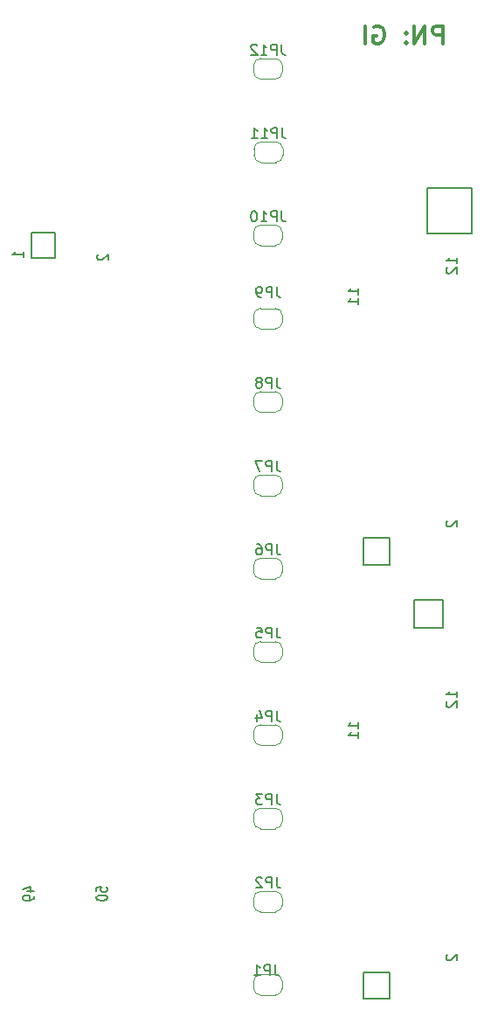
<source format=gbo>
G04 #@! TF.GenerationSoftware,KiCad,Pcbnew,5.0.2-bee76a0~70~ubuntu18.04.1*
G04 #@! TF.CreationDate,2019-06-17T19:26:50-05:00*
G04 #@! TF.ProjectId,ADAPTER_BOARD,41444150-5445-4525-9f42-4f4152442e6b,rev?*
G04 #@! TF.SameCoordinates,Original*
G04 #@! TF.FileFunction,Legend,Bot*
G04 #@! TF.FilePolarity,Positive*
%FSLAX46Y46*%
G04 Gerber Fmt 4.6, Leading zero omitted, Abs format (unit mm)*
G04 Created by KiCad (PCBNEW 5.0.2-bee76a0~70~ubuntu18.04.1) date Mon 17 Jun 2019 07:26:50 PM CDT*
%MOMM*%
%LPD*%
G01*
G04 APERTURE LIST*
%ADD10C,0.300000*%
%ADD11C,0.120000*%
%ADD12C,0.150000*%
%ADD13C,0.200000*%
G04 APERTURE END LIST*
D10*
X165750000Y-30791666D02*
X165750000Y-29041666D01*
X165083333Y-29041666D01*
X164916666Y-29125000D01*
X164833333Y-29208333D01*
X164750000Y-29375000D01*
X164750000Y-29625000D01*
X164833333Y-29791666D01*
X164916666Y-29875000D01*
X165083333Y-29958333D01*
X165750000Y-29958333D01*
X164000000Y-30791666D02*
X164000000Y-29041666D01*
X163000000Y-30791666D01*
X163000000Y-29041666D01*
X162166666Y-30625000D02*
X162083333Y-30708333D01*
X162166666Y-30791666D01*
X162250000Y-30708333D01*
X162166666Y-30625000D01*
X162166666Y-30791666D01*
X162166666Y-29708333D02*
X162083333Y-29791666D01*
X162166666Y-29875000D01*
X162250000Y-29791666D01*
X162166666Y-29708333D01*
X162166666Y-29875000D01*
X159083333Y-29125000D02*
X159250000Y-29041666D01*
X159500000Y-29041666D01*
X159750000Y-29125000D01*
X159916666Y-29291666D01*
X160000000Y-29458333D01*
X160083333Y-29791666D01*
X160083333Y-30041666D01*
X160000000Y-30375000D01*
X159916666Y-30541666D01*
X159750000Y-30708333D01*
X159500000Y-30791666D01*
X159333333Y-30791666D01*
X159083333Y-30708333D01*
X159000000Y-30625000D01*
X159000000Y-30041666D01*
X159333333Y-30041666D01*
X158250000Y-30791666D02*
X158250000Y-29041666D01*
D11*
G04 #@! TO.C,JP12*
X149500000Y-32200000D02*
X148100000Y-32200000D01*
X147400000Y-32900000D02*
X147400000Y-33500000D01*
X148100000Y-34200000D02*
X149500000Y-34200000D01*
X150200000Y-33500000D02*
X150200000Y-32900000D01*
X150200000Y-32900000D02*
G75*
G03X149500000Y-32200000I-700000J0D01*
G01*
X149500000Y-34200000D02*
G75*
G03X150200000Y-33500000I0J700000D01*
G01*
X147400000Y-33500000D02*
G75*
G03X148100000Y-34200000I700000J0D01*
G01*
X148100000Y-32200000D02*
G75*
G03X147400000Y-32900000I0J-700000D01*
G01*
D12*
G04 #@! TO.C,VDC1*
X164190000Y-49180000D02*
X168590000Y-49180000D01*
X164190000Y-44780000D02*
X164190000Y-49180000D01*
X168590000Y-44780000D02*
X164190000Y-44780000D01*
X168590000Y-49180000D02*
X168590000Y-44780000D01*
G04 #@! TO.C,PLC1-2*
X158020000Y-81250000D02*
X158020000Y-78650000D01*
X158020000Y-78650000D02*
X160620000Y-78650000D01*
X160620000Y-78650000D02*
X160620000Y-81250000D01*
X160620000Y-81250000D02*
X158020000Y-81250000D01*
G04 #@! TO.C,PLC13-2*
X158020000Y-123250000D02*
X158020000Y-120650000D01*
X158020000Y-120650000D02*
X160620000Y-120650000D01*
X160620000Y-120650000D02*
X160620000Y-123250000D01*
X160620000Y-123250000D02*
X158020000Y-123250000D01*
G04 #@! TO.C,PLC1*
X165770000Y-87350000D02*
X162970000Y-87350000D01*
X165770000Y-84650000D02*
X165770000Y-87350000D01*
X162970000Y-84650000D02*
X165770000Y-84650000D01*
X162970000Y-87350000D02*
X162970000Y-84650000D01*
G04 #@! TO.C,BOARD1*
X127000000Y-49100000D02*
X128200000Y-49100000D01*
X128200000Y-49100000D02*
X128200000Y-51500000D01*
X128200000Y-51500000D02*
X125900000Y-51500000D01*
X125900000Y-51500000D02*
X125900000Y-49100000D01*
X125900000Y-49100000D02*
X127000000Y-49100000D01*
D11*
G04 #@! TO.C,JP1*
X149500000Y-120900000D02*
X148100000Y-120900000D01*
X147400000Y-121600000D02*
X147400000Y-122200000D01*
X148100000Y-122900000D02*
X149500000Y-122900000D01*
X150200000Y-122200000D02*
X150200000Y-121600000D01*
X150200000Y-121600000D02*
G75*
G03X149500000Y-120900000I-700000J0D01*
G01*
X149500000Y-122900000D02*
G75*
G03X150200000Y-122200000I0J700000D01*
G01*
X147400000Y-122200000D02*
G75*
G03X148100000Y-122900000I700000J0D01*
G01*
X148100000Y-120900000D02*
G75*
G03X147400000Y-121600000I0J-700000D01*
G01*
G04 #@! TO.C,JP2*
X149500000Y-112836360D02*
X148100000Y-112836360D01*
X147400000Y-113536360D02*
X147400000Y-114136360D01*
X148100000Y-114836360D02*
X149500000Y-114836360D01*
X150200000Y-114136360D02*
X150200000Y-113536360D01*
X150200000Y-113536360D02*
G75*
G03X149500000Y-112836360I-700000J0D01*
G01*
X149500000Y-114836360D02*
G75*
G03X150200000Y-114136360I0J700000D01*
G01*
X147400000Y-114136360D02*
G75*
G03X148100000Y-114836360I700000J0D01*
G01*
X148100000Y-112836360D02*
G75*
G03X147400000Y-113536360I0J-700000D01*
G01*
G04 #@! TO.C,JP3*
X148100000Y-104772724D02*
G75*
G03X147400000Y-105472724I0J-700000D01*
G01*
X147400000Y-106072724D02*
G75*
G03X148100000Y-106772724I700000J0D01*
G01*
X149500000Y-106772724D02*
G75*
G03X150200000Y-106072724I0J700000D01*
G01*
X150200000Y-105472724D02*
G75*
G03X149500000Y-104772724I-700000J0D01*
G01*
X150200000Y-106072724D02*
X150200000Y-105472724D01*
X148100000Y-106772724D02*
X149500000Y-106772724D01*
X147400000Y-105472724D02*
X147400000Y-106072724D01*
X149500000Y-104772724D02*
X148100000Y-104772724D01*
G04 #@! TO.C,JP4*
X149500000Y-96709088D02*
X148100000Y-96709088D01*
X147400000Y-97409088D02*
X147400000Y-98009088D01*
X148100000Y-98709088D02*
X149500000Y-98709088D01*
X150200000Y-98009088D02*
X150200000Y-97409088D01*
X150200000Y-97409088D02*
G75*
G03X149500000Y-96709088I-700000J0D01*
G01*
X149500000Y-98709088D02*
G75*
G03X150200000Y-98009088I0J700000D01*
G01*
X147400000Y-98009088D02*
G75*
G03X148100000Y-98709088I700000J0D01*
G01*
X148100000Y-96709088D02*
G75*
G03X147400000Y-97409088I0J-700000D01*
G01*
G04 #@! TO.C,JP5*
X148100000Y-88645452D02*
G75*
G03X147400000Y-89345452I0J-700000D01*
G01*
X147400000Y-89945452D02*
G75*
G03X148100000Y-90645452I700000J0D01*
G01*
X149500000Y-90645452D02*
G75*
G03X150200000Y-89945452I0J700000D01*
G01*
X150200000Y-89345452D02*
G75*
G03X149500000Y-88645452I-700000J0D01*
G01*
X150200000Y-89945452D02*
X150200000Y-89345452D01*
X148100000Y-90645452D02*
X149500000Y-90645452D01*
X147400000Y-89345452D02*
X147400000Y-89945452D01*
X149500000Y-88645452D02*
X148100000Y-88645452D01*
G04 #@! TO.C,JP6*
X148100000Y-80581816D02*
G75*
G03X147400000Y-81281816I0J-700000D01*
G01*
X147400000Y-81881816D02*
G75*
G03X148100000Y-82581816I700000J0D01*
G01*
X149500000Y-82581816D02*
G75*
G03X150200000Y-81881816I0J700000D01*
G01*
X150200000Y-81281816D02*
G75*
G03X149500000Y-80581816I-700000J0D01*
G01*
X150200000Y-81881816D02*
X150200000Y-81281816D01*
X148100000Y-82581816D02*
X149500000Y-82581816D01*
X147400000Y-81281816D02*
X147400000Y-81881816D01*
X149500000Y-80581816D02*
X148100000Y-80581816D01*
G04 #@! TO.C,JP7*
X148100000Y-72518180D02*
G75*
G03X147400000Y-73218180I0J-700000D01*
G01*
X147400000Y-73818180D02*
G75*
G03X148100000Y-74518180I700000J0D01*
G01*
X149500000Y-74518180D02*
G75*
G03X150200000Y-73818180I0J700000D01*
G01*
X150200000Y-73218180D02*
G75*
G03X149500000Y-72518180I-700000J0D01*
G01*
X150200000Y-73818180D02*
X150200000Y-73218180D01*
X148100000Y-74518180D02*
X149500000Y-74518180D01*
X147400000Y-73218180D02*
X147400000Y-73818180D01*
X149500000Y-72518180D02*
X148100000Y-72518180D01*
G04 #@! TO.C,JP8*
X149500000Y-64454544D02*
X148100000Y-64454544D01*
X147400000Y-65154544D02*
X147400000Y-65754544D01*
X148100000Y-66454544D02*
X149500000Y-66454544D01*
X150200000Y-65754544D02*
X150200000Y-65154544D01*
X150200000Y-65154544D02*
G75*
G03X149500000Y-64454544I-700000J0D01*
G01*
X149500000Y-66454544D02*
G75*
G03X150200000Y-65754544I0J700000D01*
G01*
X147400000Y-65754544D02*
G75*
G03X148100000Y-66454544I700000J0D01*
G01*
X148100000Y-64454544D02*
G75*
G03X147400000Y-65154544I0J-700000D01*
G01*
G04 #@! TO.C,JP9*
X148100000Y-56390908D02*
G75*
G03X147400000Y-57090908I0J-700000D01*
G01*
X147400000Y-57690908D02*
G75*
G03X148100000Y-58390908I700000J0D01*
G01*
X149500000Y-58390908D02*
G75*
G03X150200000Y-57690908I0J700000D01*
G01*
X150200000Y-57090908D02*
G75*
G03X149500000Y-56390908I-700000J0D01*
G01*
X150200000Y-57690908D02*
X150200000Y-57090908D01*
X148100000Y-58390908D02*
X149500000Y-58390908D01*
X147400000Y-57090908D02*
X147400000Y-57690908D01*
X149500000Y-56390908D02*
X148100000Y-56390908D01*
G04 #@! TO.C,JP10*
X149500000Y-48327272D02*
X148100000Y-48327272D01*
X147400000Y-49027272D02*
X147400000Y-49627272D01*
X148100000Y-50327272D02*
X149500000Y-50327272D01*
X150200000Y-49627272D02*
X150200000Y-49027272D01*
X150200000Y-49027272D02*
G75*
G03X149500000Y-48327272I-700000J0D01*
G01*
X149500000Y-50327272D02*
G75*
G03X150200000Y-49627272I0J700000D01*
G01*
X147400000Y-49627272D02*
G75*
G03X148100000Y-50327272I700000J0D01*
G01*
X148100000Y-48327272D02*
G75*
G03X147400000Y-49027272I0J-700000D01*
G01*
G04 #@! TO.C,JP11*
X148150000Y-40263636D02*
G75*
G03X147450000Y-40963636I0J-700000D01*
G01*
X147450000Y-41563636D02*
G75*
G03X148150000Y-42263636I700000J0D01*
G01*
X149550000Y-42263636D02*
G75*
G03X150250000Y-41563636I0J700000D01*
G01*
X150250000Y-40963636D02*
G75*
G03X149550000Y-40263636I-700000J0D01*
G01*
X150250000Y-41563636D02*
X150250000Y-40963636D01*
X148150000Y-42263636D02*
X149550000Y-42263636D01*
X147450000Y-40963636D02*
X147450000Y-41563636D01*
X149550000Y-40263636D02*
X148150000Y-40263636D01*
G04 #@! TO.C,JP12*
D12*
X150109523Y-30852380D02*
X150109523Y-31566666D01*
X150157142Y-31709523D01*
X150252380Y-31804761D01*
X150395238Y-31852380D01*
X150490476Y-31852380D01*
X149633333Y-31852380D02*
X149633333Y-30852380D01*
X149252380Y-30852380D01*
X149157142Y-30900000D01*
X149109523Y-30947619D01*
X149061904Y-31042857D01*
X149061904Y-31185714D01*
X149109523Y-31280952D01*
X149157142Y-31328571D01*
X149252380Y-31376190D01*
X149633333Y-31376190D01*
X148109523Y-31852380D02*
X148680952Y-31852380D01*
X148395238Y-31852380D02*
X148395238Y-30852380D01*
X148490476Y-30995238D01*
X148585714Y-31090476D01*
X148680952Y-31138095D01*
X147728571Y-30947619D02*
X147680952Y-30900000D01*
X147585714Y-30852380D01*
X147347619Y-30852380D01*
X147252380Y-30900000D01*
X147204761Y-30947619D01*
X147157142Y-31042857D01*
X147157142Y-31138095D01*
X147204761Y-31280952D01*
X147776190Y-31852380D01*
X147157142Y-31852380D01*
G04 #@! TO.C,PLC1-2*
X167072380Y-52059523D02*
X167072380Y-51488095D01*
X167072380Y-51773809D02*
X166072380Y-51773809D01*
X166215238Y-51678571D01*
X166310476Y-51583333D01*
X166358095Y-51488095D01*
X166167619Y-52440476D02*
X166120000Y-52488095D01*
X166072380Y-52583333D01*
X166072380Y-52821428D01*
X166120000Y-52916666D01*
X166167619Y-52964285D01*
X166262857Y-53011904D01*
X166358095Y-53011904D01*
X166500952Y-52964285D01*
X167072380Y-52392857D01*
X167072380Y-53011904D01*
X157572380Y-55059523D02*
X157572380Y-54488095D01*
X157572380Y-54773809D02*
X156572380Y-54773809D01*
X156715238Y-54678571D01*
X156810476Y-54583333D01*
X156858095Y-54488095D01*
X157572380Y-56011904D02*
X157572380Y-55440476D01*
X157572380Y-55726190D02*
X156572380Y-55726190D01*
X156715238Y-55630952D01*
X156810476Y-55535714D01*
X156858095Y-55440476D01*
X166167619Y-76964285D02*
X166120000Y-77011904D01*
X166072380Y-77107142D01*
X166072380Y-77345238D01*
X166120000Y-77440476D01*
X166167619Y-77488095D01*
X166262857Y-77535714D01*
X166358095Y-77535714D01*
X166500952Y-77488095D01*
X167072380Y-76916666D01*
X167072380Y-77535714D01*
G04 #@! TO.C,PLC13-2*
X167072380Y-94059523D02*
X167072380Y-93488095D01*
X167072380Y-93773809D02*
X166072380Y-93773809D01*
X166215238Y-93678571D01*
X166310476Y-93583333D01*
X166358095Y-93488095D01*
X166167619Y-94440476D02*
X166120000Y-94488095D01*
X166072380Y-94583333D01*
X166072380Y-94821428D01*
X166120000Y-94916666D01*
X166167619Y-94964285D01*
X166262857Y-95011904D01*
X166358095Y-95011904D01*
X166500952Y-94964285D01*
X167072380Y-94392857D01*
X167072380Y-95011904D01*
X157572380Y-97059523D02*
X157572380Y-96488095D01*
X157572380Y-96773809D02*
X156572380Y-96773809D01*
X156715238Y-96678571D01*
X156810476Y-96583333D01*
X156858095Y-96488095D01*
X157572380Y-98011904D02*
X157572380Y-97440476D01*
X157572380Y-97726190D02*
X156572380Y-97726190D01*
X156715238Y-97630952D01*
X156810476Y-97535714D01*
X156858095Y-97440476D01*
X166167619Y-118964285D02*
X166120000Y-119011904D01*
X166072380Y-119107142D01*
X166072380Y-119345238D01*
X166120000Y-119440476D01*
X166167619Y-119488095D01*
X166262857Y-119535714D01*
X166358095Y-119535714D01*
X166500952Y-119488095D01*
X167072380Y-118916666D01*
X167072380Y-119535714D01*
G04 #@! TO.C,BOARD1*
D13*
X132147619Y-112858571D02*
X132147619Y-112439523D01*
X132671428Y-112397619D01*
X132619047Y-112439523D01*
X132566666Y-112523333D01*
X132566666Y-112732857D01*
X132619047Y-112816666D01*
X132671428Y-112858571D01*
X132776190Y-112900476D01*
X133038095Y-112900476D01*
X133142857Y-112858571D01*
X133195238Y-112816666D01*
X133247619Y-112732857D01*
X133247619Y-112523333D01*
X133195238Y-112439523D01*
X133142857Y-112397619D01*
X132147619Y-113445238D02*
X132147619Y-113529047D01*
X132200000Y-113612857D01*
X132252380Y-113654761D01*
X132357142Y-113696666D01*
X132566666Y-113738571D01*
X132828571Y-113738571D01*
X133038095Y-113696666D01*
X133142857Y-113654761D01*
X133195238Y-113612857D01*
X133247619Y-113529047D01*
X133247619Y-113445238D01*
X133195238Y-113361428D01*
X133142857Y-113319523D01*
X133038095Y-113277619D01*
X132828571Y-113235714D01*
X132566666Y-113235714D01*
X132357142Y-113277619D01*
X132252380Y-113319523D01*
X132200000Y-113361428D01*
X132147619Y-113445238D01*
X132352380Y-51197619D02*
X132300000Y-51239523D01*
X132247619Y-51323333D01*
X132247619Y-51532857D01*
X132300000Y-51616666D01*
X132352380Y-51658571D01*
X132457142Y-51700476D01*
X132561904Y-51700476D01*
X132719047Y-51658571D01*
X133347619Y-51155714D01*
X133347619Y-51700476D01*
X125414285Y-112816666D02*
X126147619Y-112816666D01*
X124995238Y-112607142D02*
X125780952Y-112397619D01*
X125780952Y-112942380D01*
X126147619Y-113319523D02*
X126147619Y-113487142D01*
X126095238Y-113570952D01*
X126042857Y-113612857D01*
X125885714Y-113696666D01*
X125676190Y-113738571D01*
X125257142Y-113738571D01*
X125152380Y-113696666D01*
X125100000Y-113654761D01*
X125047619Y-113570952D01*
X125047619Y-113403333D01*
X125100000Y-113319523D01*
X125152380Y-113277619D01*
X125257142Y-113235714D01*
X125519047Y-113235714D01*
X125623809Y-113277619D01*
X125676190Y-113319523D01*
X125728571Y-113403333D01*
X125728571Y-113570952D01*
X125676190Y-113654761D01*
X125623809Y-113696666D01*
X125519047Y-113738571D01*
X125147619Y-51400476D02*
X125147619Y-50897619D01*
X125147619Y-51149047D02*
X124047619Y-51149047D01*
X124204761Y-51065238D01*
X124309523Y-50981428D01*
X124361904Y-50897619D01*
G04 #@! TO.C,JP1*
D12*
X149458334Y-119967379D02*
X149458334Y-120681665D01*
X149505953Y-120824522D01*
X149601191Y-120919760D01*
X149744048Y-120967379D01*
X149839286Y-120967379D01*
X148982143Y-120967379D02*
X148982143Y-119967379D01*
X148601191Y-119967379D01*
X148505953Y-120014999D01*
X148458334Y-120062618D01*
X148410715Y-120157856D01*
X148410715Y-120300713D01*
X148458334Y-120395951D01*
X148505953Y-120443570D01*
X148601191Y-120491189D01*
X148982143Y-120491189D01*
X147458334Y-120967379D02*
X148029762Y-120967379D01*
X147744048Y-120967379D02*
X147744048Y-119967379D01*
X147839286Y-120110237D01*
X147934524Y-120205475D01*
X148029762Y-120253094D01*
G04 #@! TO.C,JP2*
X149633333Y-111488740D02*
X149633333Y-112203026D01*
X149680952Y-112345883D01*
X149776190Y-112441121D01*
X149919047Y-112488740D01*
X150014285Y-112488740D01*
X149157142Y-112488740D02*
X149157142Y-111488740D01*
X148776190Y-111488740D01*
X148680952Y-111536360D01*
X148633333Y-111583979D01*
X148585714Y-111679217D01*
X148585714Y-111822074D01*
X148633333Y-111917312D01*
X148680952Y-111964931D01*
X148776190Y-112012550D01*
X149157142Y-112012550D01*
X148204761Y-111583979D02*
X148157142Y-111536360D01*
X148061904Y-111488740D01*
X147823809Y-111488740D01*
X147728571Y-111536360D01*
X147680952Y-111583979D01*
X147633333Y-111679217D01*
X147633333Y-111774455D01*
X147680952Y-111917312D01*
X148252380Y-112488740D01*
X147633333Y-112488740D01*
G04 #@! TO.C,JP3*
X149633333Y-103425104D02*
X149633333Y-104139390D01*
X149680952Y-104282247D01*
X149776190Y-104377485D01*
X149919047Y-104425104D01*
X150014285Y-104425104D01*
X149157142Y-104425104D02*
X149157142Y-103425104D01*
X148776190Y-103425104D01*
X148680952Y-103472724D01*
X148633333Y-103520343D01*
X148585714Y-103615581D01*
X148585714Y-103758438D01*
X148633333Y-103853676D01*
X148680952Y-103901295D01*
X148776190Y-103948914D01*
X149157142Y-103948914D01*
X148252380Y-103425104D02*
X147633333Y-103425104D01*
X147966666Y-103806057D01*
X147823809Y-103806057D01*
X147728571Y-103853676D01*
X147680952Y-103901295D01*
X147633333Y-103996533D01*
X147633333Y-104234628D01*
X147680952Y-104329866D01*
X147728571Y-104377485D01*
X147823809Y-104425104D01*
X148109523Y-104425104D01*
X148204761Y-104377485D01*
X148252380Y-104329866D01*
G04 #@! TO.C,JP4*
X149633333Y-95361468D02*
X149633333Y-96075754D01*
X149680952Y-96218611D01*
X149776190Y-96313849D01*
X149919047Y-96361468D01*
X150014285Y-96361468D01*
X149157142Y-96361468D02*
X149157142Y-95361468D01*
X148776190Y-95361468D01*
X148680952Y-95409088D01*
X148633333Y-95456707D01*
X148585714Y-95551945D01*
X148585714Y-95694802D01*
X148633333Y-95790040D01*
X148680952Y-95837659D01*
X148776190Y-95885278D01*
X149157142Y-95885278D01*
X147728571Y-95694802D02*
X147728571Y-96361468D01*
X147966666Y-95313849D02*
X148204761Y-96028135D01*
X147585714Y-96028135D01*
G04 #@! TO.C,JP5*
X149633333Y-87297832D02*
X149633333Y-88012118D01*
X149680952Y-88154975D01*
X149776190Y-88250213D01*
X149919047Y-88297832D01*
X150014285Y-88297832D01*
X149157142Y-88297832D02*
X149157142Y-87297832D01*
X148776190Y-87297832D01*
X148680952Y-87345452D01*
X148633333Y-87393071D01*
X148585714Y-87488309D01*
X148585714Y-87631166D01*
X148633333Y-87726404D01*
X148680952Y-87774023D01*
X148776190Y-87821642D01*
X149157142Y-87821642D01*
X147680952Y-87297832D02*
X148157142Y-87297832D01*
X148204761Y-87774023D01*
X148157142Y-87726404D01*
X148061904Y-87678785D01*
X147823809Y-87678785D01*
X147728571Y-87726404D01*
X147680952Y-87774023D01*
X147633333Y-87869261D01*
X147633333Y-88107356D01*
X147680952Y-88202594D01*
X147728571Y-88250213D01*
X147823809Y-88297832D01*
X148061904Y-88297832D01*
X148157142Y-88250213D01*
X148204761Y-88202594D01*
G04 #@! TO.C,JP6*
X149633333Y-79234196D02*
X149633333Y-79948482D01*
X149680952Y-80091339D01*
X149776190Y-80186577D01*
X149919047Y-80234196D01*
X150014285Y-80234196D01*
X149157142Y-80234196D02*
X149157142Y-79234196D01*
X148776190Y-79234196D01*
X148680952Y-79281816D01*
X148633333Y-79329435D01*
X148585714Y-79424673D01*
X148585714Y-79567530D01*
X148633333Y-79662768D01*
X148680952Y-79710387D01*
X148776190Y-79758006D01*
X149157142Y-79758006D01*
X147728571Y-79234196D02*
X147919047Y-79234196D01*
X148014285Y-79281816D01*
X148061904Y-79329435D01*
X148157142Y-79472292D01*
X148204761Y-79662768D01*
X148204761Y-80043720D01*
X148157142Y-80138958D01*
X148109523Y-80186577D01*
X148014285Y-80234196D01*
X147823809Y-80234196D01*
X147728571Y-80186577D01*
X147680952Y-80138958D01*
X147633333Y-80043720D01*
X147633333Y-79805625D01*
X147680952Y-79710387D01*
X147728571Y-79662768D01*
X147823809Y-79615149D01*
X148014285Y-79615149D01*
X148109523Y-79662768D01*
X148157142Y-79710387D01*
X148204761Y-79805625D01*
G04 #@! TO.C,JP7*
X149633333Y-71170560D02*
X149633333Y-71884846D01*
X149680952Y-72027703D01*
X149776190Y-72122941D01*
X149919047Y-72170560D01*
X150014285Y-72170560D01*
X149157142Y-72170560D02*
X149157142Y-71170560D01*
X148776190Y-71170560D01*
X148680952Y-71218180D01*
X148633333Y-71265799D01*
X148585714Y-71361037D01*
X148585714Y-71503894D01*
X148633333Y-71599132D01*
X148680952Y-71646751D01*
X148776190Y-71694370D01*
X149157142Y-71694370D01*
X148252380Y-71170560D02*
X147585714Y-71170560D01*
X148014285Y-72170560D01*
G04 #@! TO.C,JP8*
X149633333Y-63106924D02*
X149633333Y-63821210D01*
X149680952Y-63964067D01*
X149776190Y-64059305D01*
X149919047Y-64106924D01*
X150014285Y-64106924D01*
X149157142Y-64106924D02*
X149157142Y-63106924D01*
X148776190Y-63106924D01*
X148680952Y-63154544D01*
X148633333Y-63202163D01*
X148585714Y-63297401D01*
X148585714Y-63440258D01*
X148633333Y-63535496D01*
X148680952Y-63583115D01*
X148776190Y-63630734D01*
X149157142Y-63630734D01*
X148014285Y-63535496D02*
X148109523Y-63487877D01*
X148157142Y-63440258D01*
X148204761Y-63345020D01*
X148204761Y-63297401D01*
X148157142Y-63202163D01*
X148109523Y-63154544D01*
X148014285Y-63106924D01*
X147823809Y-63106924D01*
X147728571Y-63154544D01*
X147680952Y-63202163D01*
X147633333Y-63297401D01*
X147633333Y-63345020D01*
X147680952Y-63440258D01*
X147728571Y-63487877D01*
X147823809Y-63535496D01*
X148014285Y-63535496D01*
X148109523Y-63583115D01*
X148157142Y-63630734D01*
X148204761Y-63725972D01*
X148204761Y-63916448D01*
X148157142Y-64011686D01*
X148109523Y-64059305D01*
X148014285Y-64106924D01*
X147823809Y-64106924D01*
X147728571Y-64059305D01*
X147680952Y-64011686D01*
X147633333Y-63916448D01*
X147633333Y-63725972D01*
X147680952Y-63630734D01*
X147728571Y-63583115D01*
X147823809Y-63535496D01*
G04 #@! TO.C,JP9*
X149658334Y-54308287D02*
X149658334Y-55022573D01*
X149705953Y-55165430D01*
X149801191Y-55260668D01*
X149944048Y-55308287D01*
X150039286Y-55308287D01*
X149182143Y-55308287D02*
X149182143Y-54308287D01*
X148801191Y-54308287D01*
X148705953Y-54355907D01*
X148658334Y-54403526D01*
X148610715Y-54498764D01*
X148610715Y-54641621D01*
X148658334Y-54736859D01*
X148705953Y-54784478D01*
X148801191Y-54832097D01*
X149182143Y-54832097D01*
X148134524Y-55308287D02*
X147944048Y-55308287D01*
X147848810Y-55260668D01*
X147801191Y-55213049D01*
X147705953Y-55070192D01*
X147658334Y-54879716D01*
X147658334Y-54498764D01*
X147705953Y-54403526D01*
X147753572Y-54355907D01*
X147848810Y-54308287D01*
X148039286Y-54308287D01*
X148134524Y-54355907D01*
X148182143Y-54403526D01*
X148229762Y-54498764D01*
X148229762Y-54736859D01*
X148182143Y-54832097D01*
X148134524Y-54879716D01*
X148039286Y-54927335D01*
X147848810Y-54927335D01*
X147753572Y-54879716D01*
X147705953Y-54832097D01*
X147658334Y-54736859D01*
G04 #@! TO.C,JP10*
X150109523Y-46979652D02*
X150109523Y-47693938D01*
X150157142Y-47836795D01*
X150252380Y-47932033D01*
X150395238Y-47979652D01*
X150490476Y-47979652D01*
X149633333Y-47979652D02*
X149633333Y-46979652D01*
X149252380Y-46979652D01*
X149157142Y-47027272D01*
X149109523Y-47074891D01*
X149061904Y-47170129D01*
X149061904Y-47312986D01*
X149109523Y-47408224D01*
X149157142Y-47455843D01*
X149252380Y-47503462D01*
X149633333Y-47503462D01*
X148109523Y-47979652D02*
X148680952Y-47979652D01*
X148395238Y-47979652D02*
X148395238Y-46979652D01*
X148490476Y-47122510D01*
X148585714Y-47217748D01*
X148680952Y-47265367D01*
X147490476Y-46979652D02*
X147395238Y-46979652D01*
X147300000Y-47027272D01*
X147252380Y-47074891D01*
X147204761Y-47170129D01*
X147157142Y-47360605D01*
X147157142Y-47598700D01*
X147204761Y-47789176D01*
X147252380Y-47884414D01*
X147300000Y-47932033D01*
X147395238Y-47979652D01*
X147490476Y-47979652D01*
X147585714Y-47932033D01*
X147633333Y-47884414D01*
X147680952Y-47789176D01*
X147728571Y-47598700D01*
X147728571Y-47360605D01*
X147680952Y-47170129D01*
X147633333Y-47074891D01*
X147585714Y-47027272D01*
X147490476Y-46979652D01*
G04 #@! TO.C,JP11*
X150159523Y-38916016D02*
X150159523Y-39630302D01*
X150207142Y-39773159D01*
X150302380Y-39868397D01*
X150445238Y-39916016D01*
X150540476Y-39916016D01*
X149683333Y-39916016D02*
X149683333Y-38916016D01*
X149302380Y-38916016D01*
X149207142Y-38963636D01*
X149159523Y-39011255D01*
X149111904Y-39106493D01*
X149111904Y-39249350D01*
X149159523Y-39344588D01*
X149207142Y-39392207D01*
X149302380Y-39439826D01*
X149683333Y-39439826D01*
X148159523Y-39916016D02*
X148730952Y-39916016D01*
X148445238Y-39916016D02*
X148445238Y-38916016D01*
X148540476Y-39058874D01*
X148635714Y-39154112D01*
X148730952Y-39201731D01*
X147207142Y-39916016D02*
X147778571Y-39916016D01*
X147492857Y-39916016D02*
X147492857Y-38916016D01*
X147588095Y-39058874D01*
X147683333Y-39154112D01*
X147778571Y-39201731D01*
G04 #@! TD*
M02*

</source>
